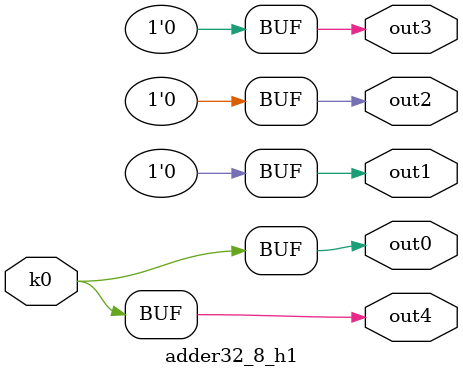
<source format=v>
module adder32_8(pi00, pi01, pi02, pi03, pi04, pi05, pi06, pi07, pi08, pi09, po0, po1, po2, po3, po4);
input pi00, pi01, pi02, pi03, pi04, pi05, pi06, pi07, pi08, pi09;
output po0, po1, po2, po3, po4;
wire k0;
adder32_8_w1 DUT1 (pi00, pi01, pi02, pi03, pi04, pi05, pi06, pi07, pi08, pi09, k0);
adder32_8_h1 DUT2 (k0, po0, po1, po2, po3, po4);
endmodule

module adder32_8_w1(in9, in8, in7, in6, in5, in4, in3, in2, in1, in0, k0);
input in9, in8, in7, in6, in5, in4, in3, in2, in1, in0;
output k0;
assign k0 =   ((~in9 ^ in5) & (in0 | ~in1)) | (~in0 & in1 & (in9 ^ in5));
endmodule

module adder32_8_h1(k0, out4, out3, out2, out1, out0);
input k0;
output out4, out3, out2, out1, out0;
assign out0 = k0;
assign out1 = 0;
assign out2 = 0;
assign out3 = 0;
assign out4 = k0;
endmodule

</source>
